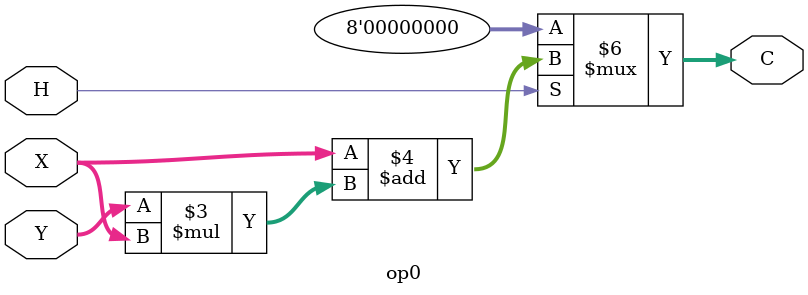
<source format=v>
`timescale 1ns / 1ps


module op0(
    input [3:0] X,Y,
    input H,
    output reg [7:0] C
    );

    
    always@*
        begin
          if (H == 1'b1)
                C = X + Y * X;
            else
                C = 8'b00000000;
        end

endmodule

</source>
